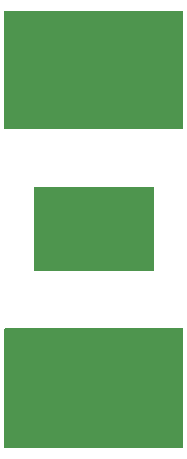
<source format=gbr>
G04 EAGLE Gerber RS-274X export*
G75*
%MOMM*%
%FSLAX34Y34*%
%LPD*%
%INSoldermask Bottom*%
%IPPOS*%
%AMOC8*
5,1,8,0,0,1.08239X$1,22.5*%
G01*
%ADD10P,1.761049X8X202.500000*%

G36*
X190065Y-623D02*
X190065Y-623D01*
X190131Y-621D01*
X190174Y-603D01*
X190221Y-595D01*
X190278Y-561D01*
X190338Y-536D01*
X190373Y-505D01*
X190414Y-480D01*
X190456Y-429D01*
X190504Y-385D01*
X190526Y-343D01*
X190555Y-306D01*
X190576Y-244D01*
X190607Y-185D01*
X190615Y-131D01*
X190627Y-94D01*
X190626Y-54D01*
X190634Y0D01*
X190634Y100000D01*
X190623Y100065D01*
X190621Y100131D01*
X190603Y100174D01*
X190595Y100221D01*
X190561Y100278D01*
X190536Y100338D01*
X190505Y100373D01*
X190480Y100414D01*
X190429Y100456D01*
X190385Y100504D01*
X190343Y100526D01*
X190306Y100555D01*
X190244Y100576D01*
X190185Y100607D01*
X190131Y100615D01*
X190094Y100627D01*
X190054Y100626D01*
X190000Y100634D01*
X40000Y100634D01*
X39935Y100623D01*
X39869Y100621D01*
X39826Y100603D01*
X39779Y100595D01*
X39722Y100561D01*
X39662Y100536D01*
X39627Y100505D01*
X39586Y100480D01*
X39545Y100429D01*
X39496Y100385D01*
X39474Y100343D01*
X39445Y100306D01*
X39424Y100244D01*
X39393Y100185D01*
X39385Y100131D01*
X39373Y100094D01*
X39374Y100054D01*
X39366Y100000D01*
X39366Y0D01*
X39377Y-65D01*
X39379Y-131D01*
X39397Y-174D01*
X39405Y-221D01*
X39439Y-278D01*
X39464Y-338D01*
X39495Y-373D01*
X39520Y-414D01*
X39571Y-456D01*
X39615Y-504D01*
X39657Y-526D01*
X39694Y-555D01*
X39756Y-576D01*
X39815Y-607D01*
X39869Y-615D01*
X39906Y-627D01*
X39946Y-626D01*
X40000Y-634D01*
X190000Y-634D01*
X190065Y-623D01*
G37*
G36*
X190065Y269377D02*
X190065Y269377D01*
X190131Y269379D01*
X190174Y269397D01*
X190221Y269405D01*
X190278Y269439D01*
X190338Y269464D01*
X190373Y269495D01*
X190414Y269520D01*
X190456Y269571D01*
X190504Y269615D01*
X190526Y269657D01*
X190555Y269694D01*
X190576Y269756D01*
X190607Y269815D01*
X190615Y269869D01*
X190627Y269906D01*
X190626Y269946D01*
X190634Y270000D01*
X190634Y369000D01*
X190623Y369065D01*
X190621Y369131D01*
X190603Y369174D01*
X190595Y369221D01*
X190561Y369278D01*
X190536Y369338D01*
X190505Y369373D01*
X190480Y369414D01*
X190429Y369456D01*
X190385Y369504D01*
X190343Y369526D01*
X190306Y369555D01*
X190244Y369576D01*
X190185Y369607D01*
X190131Y369615D01*
X190094Y369627D01*
X190054Y369626D01*
X190000Y369634D01*
X40000Y369634D01*
X39935Y369623D01*
X39869Y369621D01*
X39826Y369603D01*
X39779Y369595D01*
X39722Y369561D01*
X39662Y369536D01*
X39627Y369505D01*
X39586Y369480D01*
X39545Y369429D01*
X39496Y369385D01*
X39474Y369343D01*
X39445Y369306D01*
X39424Y369244D01*
X39393Y369185D01*
X39385Y369131D01*
X39373Y369094D01*
X39374Y369054D01*
X39366Y369000D01*
X39366Y270000D01*
X39377Y269935D01*
X39379Y269869D01*
X39397Y269826D01*
X39405Y269779D01*
X39439Y269722D01*
X39464Y269662D01*
X39495Y269627D01*
X39520Y269586D01*
X39571Y269545D01*
X39615Y269496D01*
X39657Y269474D01*
X39694Y269445D01*
X39756Y269424D01*
X39815Y269393D01*
X39869Y269385D01*
X39906Y269373D01*
X39946Y269374D01*
X40000Y269366D01*
X190000Y269366D01*
X190065Y269377D01*
G37*
G36*
X165065Y149377D02*
X165065Y149377D01*
X165131Y149379D01*
X165174Y149397D01*
X165221Y149405D01*
X165278Y149439D01*
X165338Y149464D01*
X165373Y149495D01*
X165414Y149520D01*
X165456Y149571D01*
X165504Y149615D01*
X165526Y149657D01*
X165555Y149694D01*
X165576Y149756D01*
X165607Y149815D01*
X165615Y149869D01*
X165627Y149906D01*
X165626Y149946D01*
X165634Y150000D01*
X165634Y220000D01*
X165623Y220065D01*
X165621Y220131D01*
X165603Y220174D01*
X165595Y220221D01*
X165561Y220278D01*
X165536Y220338D01*
X165505Y220373D01*
X165480Y220414D01*
X165429Y220456D01*
X165385Y220504D01*
X165343Y220526D01*
X165306Y220555D01*
X165244Y220576D01*
X165185Y220607D01*
X165131Y220615D01*
X165094Y220627D01*
X165054Y220626D01*
X165000Y220634D01*
X65000Y220634D01*
X64935Y220623D01*
X64869Y220621D01*
X64826Y220603D01*
X64779Y220595D01*
X64722Y220561D01*
X64662Y220536D01*
X64627Y220505D01*
X64586Y220480D01*
X64545Y220429D01*
X64496Y220385D01*
X64474Y220343D01*
X64445Y220306D01*
X64424Y220244D01*
X64393Y220185D01*
X64385Y220131D01*
X64373Y220094D01*
X64374Y220054D01*
X64366Y220000D01*
X64366Y150000D01*
X64377Y149935D01*
X64379Y149869D01*
X64397Y149826D01*
X64405Y149779D01*
X64439Y149722D01*
X64464Y149662D01*
X64495Y149627D01*
X64520Y149586D01*
X64571Y149545D01*
X64615Y149496D01*
X64657Y149474D01*
X64694Y149445D01*
X64756Y149424D01*
X64815Y149393D01*
X64869Y149385D01*
X64906Y149373D01*
X64946Y149374D01*
X65000Y149366D01*
X165000Y149366D01*
X165065Y149377D01*
G37*
D10*
X65000Y20000D03*
X155083Y332983D03*
X135000Y207000D03*
M02*

</source>
